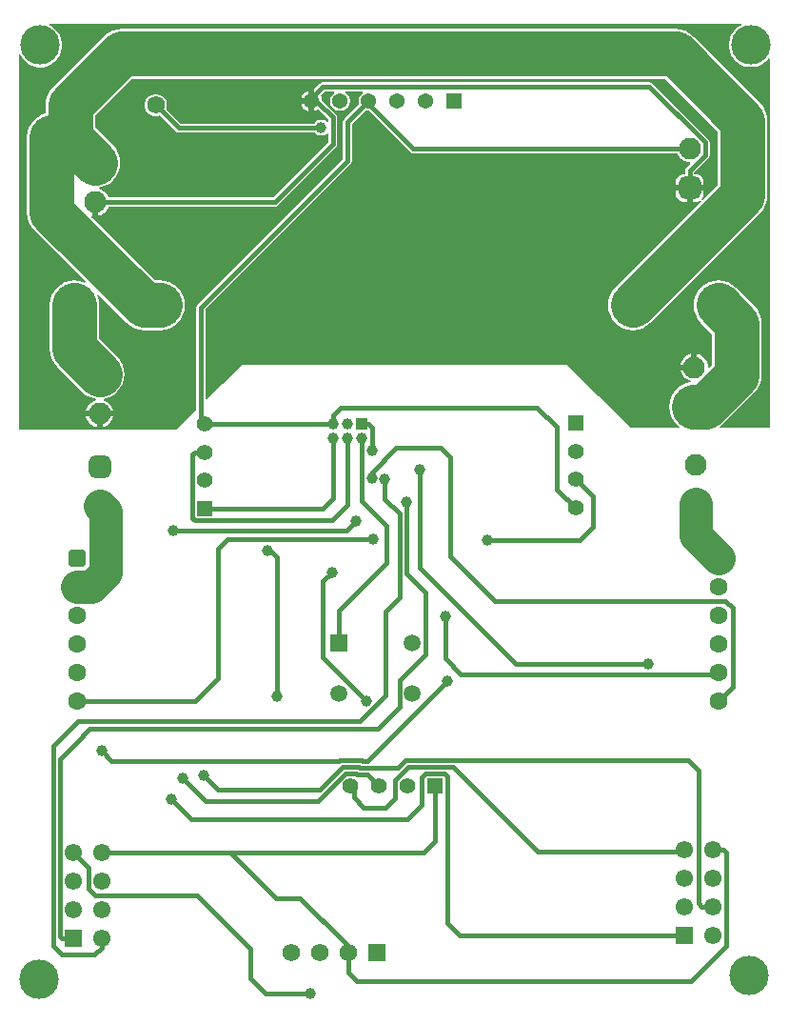
<source format=gbl>
G04*
G04 #@! TF.GenerationSoftware,Altium Limited,Altium Designer,23.1.1 (15)*
G04*
G04 Layer_Physical_Order=2*
G04 Layer_Color=16711680*
%FSLAX44Y44*%
%MOMM*%
G71*
G04*
G04 #@! TF.SameCoordinates,DFD0DF4F-A88A-4072-B725-2B201FFE6AA2*
G04*
G04*
G04 #@! TF.FilePolarity,Positive*
G04*
G01*
G75*
%ADD36R,1.4000X1.4000*%
%ADD37C,1.4000*%
%ADD38R,1.5700X1.5700*%
%ADD39C,1.5700*%
%ADD52R,1.4000X1.4000*%
%ADD58C,3.0000*%
%ADD59C,0.3810*%
%ADD60C,1.5500*%
%ADD61R,1.5500X1.5500*%
%ADD62C,1.3700*%
%ADD63R,1.3700X1.3700*%
%ADD64C,1.4980*%
%ADD65R,1.4980X1.4980*%
%ADD66C,1.5800*%
%ADD67R,1.5800X1.5800*%
%ADD68C,1.6000*%
G04:AMPARAMS|DCode=69|XSize=1.6mm|YSize=1.6mm|CornerRadius=0.4mm|HoleSize=0mm|Usage=FLASHONLY|Rotation=270.000|XOffset=0mm|YOffset=0mm|HoleType=Round|Shape=RoundedRectangle|*
%AMROUNDEDRECTD69*
21,1,1.6000,0.8000,0,0,270.0*
21,1,0.8000,1.6000,0,0,270.0*
1,1,0.8000,-0.4000,-0.4000*
1,1,0.8000,-0.4000,0.4000*
1,1,0.8000,0.4000,0.4000*
1,1,0.8000,0.4000,-0.4000*
%
%ADD69ROUNDEDRECTD69*%
%ADD70C,1.9500*%
G04:AMPARAMS|DCode=71|XSize=1.95mm|YSize=1.95mm|CornerRadius=0.4875mm|HoleSize=0mm|Usage=FLASHONLY|Rotation=270.000|XOffset=0mm|YOffset=0mm|HoleType=Round|Shape=RoundedRectangle|*
%AMROUNDEDRECTD71*
21,1,1.9500,0.9750,0,0,270.0*
21,1,0.9750,1.9500,0,0,270.0*
1,1,0.9750,-0.4875,-0.4875*
1,1,0.9750,-0.4875,0.4875*
1,1,0.9750,0.4875,0.4875*
1,1,0.9750,0.4875,-0.4875*
%
%ADD71ROUNDEDRECTD71*%
%ADD72C,3.5000*%
%ADD73R,1.0000X1.0000*%
%ADD74C,1.0000*%
%ADD75C,1.2700*%
%ADD76C,4.0000*%
G36*
X876584Y1090930D02*
X875608Y1090526D01*
X872409Y1088388D01*
X869688Y1085667D01*
X867551Y1082468D01*
X866078Y1078914D01*
X865328Y1075140D01*
Y1071293D01*
X866078Y1067519D01*
X867551Y1063965D01*
X869688Y1060766D01*
X872409Y1058045D01*
X875608Y1055908D01*
X879163Y1054435D01*
X882936Y1053685D01*
X886784D01*
X890557Y1054435D01*
X894112Y1055908D01*
X897311Y1058045D01*
X900031Y1060766D01*
X900485Y1061444D01*
X901700Y1061075D01*
Y1035464D01*
Y1033010D01*
Y1022384D01*
Y1011638D01*
Y999602D01*
Y988384D01*
Y973916D01*
Y964632D01*
Y953076D01*
Y933730D01*
Y921440D01*
X901700Y908906D01*
Y819871D01*
Y816330D01*
Y796675D01*
Y791584D01*
Y732790D01*
X857855D01*
X857401Y734060D01*
X859991Y736186D01*
X888144Y764339D01*
X890898Y767694D01*
X892943Y771522D01*
X894203Y775675D01*
X894629Y779994D01*
Y825500D01*
X894203Y829819D01*
X892943Y833972D01*
X890898Y837800D01*
X888144Y841154D01*
X871634Y857664D01*
X868279Y860418D01*
X864452Y862463D01*
X860299Y863723D01*
X855980Y864149D01*
X851661Y863723D01*
X847508Y862463D01*
X843680Y860418D01*
X840326Y857664D01*
X837572Y854309D01*
X835527Y850482D01*
X834267Y846329D01*
X833841Y842010D01*
X834267Y837691D01*
X835527Y833538D01*
X837572Y829710D01*
X840326Y826356D01*
X850351Y816330D01*
Y789164D01*
X847853Y786666D01*
X846680Y787152D01*
Y788458D01*
X845843Y791584D01*
X844224Y794386D01*
X841936Y796675D01*
X839134Y798293D01*
X836930Y798883D01*
Y786840D01*
X834390D01*
Y784300D01*
X822347D01*
X822937Y782096D01*
X824556Y779294D01*
X826844Y777006D01*
X829646Y775388D01*
X831284Y774949D01*
X831179Y773662D01*
X830071Y773553D01*
X825918Y772293D01*
X822091Y770248D01*
X818736Y767494D01*
X815982Y764139D01*
X813937Y760312D01*
X812677Y756159D01*
X812251Y751840D01*
X812677Y747521D01*
X813937Y743368D01*
X815982Y739540D01*
X818736Y736186D01*
X821326Y734060D01*
X820871Y732790D01*
X778510D01*
X720798Y788670D01*
X432374D01*
X429093Y785492D01*
X429093Y785492D01*
Y785492D01*
X400916Y758195D01*
X399746Y758690D01*
Y838569D01*
X528828Y967651D01*
X529698Y968953D01*
X530004Y970490D01*
Y1003117D01*
X542055Y1015168D01*
X543661Y1014738D01*
X545495D01*
X581921Y978312D01*
X583224Y977442D01*
X584760Y977136D01*
X819458D01*
X819601Y976602D01*
X821152Y973916D01*
X823346Y971722D01*
X826032Y970171D01*
X829029Y969368D01*
X830681D01*
X831208Y968098D01*
X827742Y964632D01*
X826871Y963330D01*
X826566Y961794D01*
Y958504D01*
X825705D01*
X823769Y958249D01*
X821965Y957502D01*
X820417Y956313D01*
X819228Y954764D01*
X818481Y952961D01*
X818226Y951025D01*
Y948690D01*
X830580D01*
X842934D01*
Y951025D01*
X842679Y952961D01*
X841932Y954764D01*
X840743Y956313D01*
X839194Y957502D01*
X837391Y958249D01*
X835455Y958504D01*
X834594D01*
Y960131D01*
X847105Y972642D01*
X847976Y973945D01*
X848281Y975481D01*
Y986820D01*
X847976Y988356D01*
X847105Y989658D01*
X797605Y1039158D01*
X796303Y1040029D01*
X794766Y1040334D01*
X504190D01*
X502654Y1040029D01*
X501352Y1039158D01*
X496570Y1034377D01*
Y1023620D01*
Y1014579D01*
X497654Y1014870D01*
X499796Y1016106D01*
X499946Y1016257D01*
X509066Y1007137D01*
Y1005085D01*
X507796Y1004559D01*
X506947Y1005407D01*
X505344Y1006333D01*
X503555Y1006812D01*
X501704D01*
X499915Y1006333D01*
X498312Y1005407D01*
X497003Y1004098D01*
X496660Y1003504D01*
X377583D01*
X364909Y1016178D01*
X365532Y1018502D01*
Y1021118D01*
X364855Y1023644D01*
X363548Y1025908D01*
X361698Y1027758D01*
X359434Y1029065D01*
X356908Y1029742D01*
X354292D01*
X351766Y1029065D01*
X349502Y1027758D01*
X347652Y1025908D01*
X346345Y1023644D01*
X345668Y1021118D01*
Y1018502D01*
X346345Y1015976D01*
X347652Y1013712D01*
X349502Y1011862D01*
X351766Y1010555D01*
X354292Y1009878D01*
X356908D01*
X359232Y1010501D01*
X373082Y996652D01*
X374384Y995781D01*
X375920Y995476D01*
X496995D01*
X497003Y995463D01*
X498312Y994153D01*
X499915Y993228D01*
X501704Y992748D01*
X503555D01*
X505344Y993228D01*
X506947Y994153D01*
X507796Y995002D01*
X509066Y994476D01*
Y987183D01*
X459627Y937744D01*
X313448D01*
X313253Y938474D01*
X311635Y941276D01*
X309347Y943564D01*
X306544Y945182D01*
X304906Y945621D01*
X305012Y946908D01*
X306119Y947017D01*
X310272Y948277D01*
X314100Y950322D01*
X317455Y953076D01*
X320208Y956431D01*
X322254Y960258D01*
X323513Y964411D01*
X323939Y968730D01*
X323513Y973049D01*
X322254Y977202D01*
X320208Y981030D01*
X317455Y984384D01*
X301539Y1000301D01*
Y1010640D01*
X334290Y1043391D01*
X808710D01*
X855431Y996670D01*
Y948970D01*
X842002Y935541D01*
X841046Y936380D01*
X841932Y937535D01*
X842679Y939339D01*
X842934Y941275D01*
Y943610D01*
X833120D01*
Y933796D01*
X835455D01*
X837391Y934051D01*
X839194Y934798D01*
X840350Y935684D01*
X841189Y934728D01*
X764126Y857664D01*
X761372Y854309D01*
X759327Y850482D01*
X758067Y846329D01*
X757641Y842010D01*
X758067Y837691D01*
X759327Y833538D01*
X761372Y829710D01*
X764126Y826356D01*
X767480Y823602D01*
X771308Y821557D01*
X775461Y820297D01*
X779780Y819871D01*
X784099Y820297D01*
X788252Y821557D01*
X792079Y823602D01*
X795434Y826356D01*
X893224Y924146D01*
X895978Y927501D01*
X898023Y931328D01*
X899283Y935481D01*
X899709Y939800D01*
Y1005840D01*
X899283Y1010159D01*
X898023Y1014312D01*
X895978Y1018139D01*
X893224Y1021494D01*
X833534Y1081184D01*
X830180Y1083938D01*
X826352Y1085983D01*
X822199Y1087243D01*
X817880Y1087669D01*
X325120D01*
X320801Y1087243D01*
X316648Y1085983D01*
X312820Y1083938D01*
X309466Y1081184D01*
X263746Y1035464D01*
X260992Y1032110D01*
X258947Y1028282D01*
X257687Y1024129D01*
X257261Y1019810D01*
Y1012446D01*
X254418Y1011584D01*
X250590Y1009538D01*
X247236Y1006785D01*
X244482Y1003430D01*
X242437Y999602D01*
X241177Y995449D01*
X240751Y991130D01*
Y924560D01*
X241177Y920241D01*
X242437Y916088D01*
X244482Y912261D01*
X247236Y908906D01*
X292876Y863265D01*
X292111Y862234D01*
X291682Y862463D01*
X287529Y863723D01*
X283210Y864149D01*
X278891Y863723D01*
X274738Y862463D01*
X270910Y860418D01*
X267556Y857664D01*
X264802Y854309D01*
X262757Y850482D01*
X261497Y846329D01*
X261071Y842010D01*
Y803170D01*
X261497Y798851D01*
X262757Y794698D01*
X264802Y790871D01*
X267556Y787516D01*
X289956Y765116D01*
X293311Y762363D01*
X297138Y760317D01*
X301291Y759057D01*
X302399Y758948D01*
X302505Y757661D01*
X300867Y757222D01*
X298064Y755604D01*
X295776Y753316D01*
X294158Y750514D01*
X293567Y748310D01*
X305610D01*
X317653D01*
X317063Y750514D01*
X315445Y753316D01*
X313157Y755604D01*
X310354Y757222D01*
X308716Y757661D01*
X308822Y758948D01*
X309929Y759057D01*
X314082Y760317D01*
X317910Y762363D01*
X321265Y765116D01*
X324018Y768471D01*
X326064Y772298D01*
X327323Y776451D01*
X327749Y780770D01*
X327323Y785089D01*
X326064Y789242D01*
X324018Y793070D01*
X321265Y796424D01*
X305349Y812340D01*
Y842010D01*
X304923Y846329D01*
X303663Y850482D01*
X303434Y850911D01*
X304465Y851676D01*
X329786Y826356D01*
X333140Y823602D01*
X336968Y821557D01*
X341121Y820297D01*
X345440Y819871D01*
X359410D01*
X363729Y820297D01*
X367882Y821557D01*
X371710Y823602D01*
X375064Y826356D01*
X377818Y829710D01*
X379863Y833538D01*
X381123Y837691D01*
X381549Y842010D01*
X381123Y846329D01*
X379863Y850482D01*
X377818Y854309D01*
X375064Y857664D01*
X371710Y860418D01*
X367882Y862463D01*
X363729Y863723D01*
X359410Y864149D01*
X354610D01*
X298067Y920692D01*
X298724Y921831D01*
X299260Y921687D01*
Y933730D01*
X304340D01*
Y921687D01*
X306544Y922278D01*
X309347Y923895D01*
X311635Y926184D01*
X313253Y928986D01*
X313448Y929716D01*
X461290D01*
X462826Y930021D01*
X464128Y930891D01*
X515918Y982682D01*
X516789Y983984D01*
X517094Y985520D01*
Y1008800D01*
X516789Y1010336D01*
X515918Y1011638D01*
X503420Y1024137D01*
Y1024856D01*
X502780Y1027244D01*
X502052Y1028505D01*
X505853Y1032306D01*
X514170D01*
X514511Y1031036D01*
X513976Y1030727D01*
X512323Y1029074D01*
X511153Y1027048D01*
X510548Y1024789D01*
Y1022451D01*
X511153Y1020192D01*
X512323Y1018166D01*
X513976Y1016513D01*
X516002Y1015343D01*
X518261Y1014738D01*
X520599D01*
X522858Y1015343D01*
X524884Y1016513D01*
X526537Y1018166D01*
X527707Y1020192D01*
X528312Y1022451D01*
Y1024789D01*
X527707Y1027048D01*
X526537Y1029074D01*
X524884Y1030727D01*
X524349Y1031036D01*
X524690Y1032306D01*
X539570D01*
X539911Y1031036D01*
X539376Y1030727D01*
X537723Y1029074D01*
X536553Y1027048D01*
X535948Y1024789D01*
Y1022451D01*
X536378Y1020845D01*
X523151Y1007618D01*
X522281Y1006316D01*
X521976Y1004780D01*
Y972152D01*
X392894Y843070D01*
X392023Y841768D01*
X391718Y840232D01*
Y749285D01*
X373380Y731520D01*
X233680D01*
Y1064782D01*
X234950Y1065035D01*
X235421Y1063898D01*
X237558Y1060699D01*
X240279Y1057979D01*
X243478Y1055841D01*
X247033Y1054369D01*
X250806Y1053618D01*
X254654D01*
X258427Y1054369D01*
X261982Y1055841D01*
X265181Y1057979D01*
X267901Y1060699D01*
X270039Y1063898D01*
X271511Y1067453D01*
X272262Y1071226D01*
Y1075074D01*
X271511Y1078847D01*
X270039Y1082402D01*
X267901Y1085601D01*
X265181Y1088322D01*
X261982Y1090459D01*
X260845Y1090930D01*
X261098Y1092200D01*
X876332D01*
X876584Y1090930D01*
D02*
G37*
%LPC*%
G36*
X491490Y1032661D02*
X490406Y1032370D01*
X488264Y1031134D01*
X486516Y1029386D01*
X485280Y1027244D01*
X484989Y1026160D01*
X491490D01*
Y1032661D01*
D02*
G37*
G36*
Y1021080D02*
X484989D01*
X485280Y1019996D01*
X486516Y1017854D01*
X488264Y1016106D01*
X490406Y1014870D01*
X491490Y1014579D01*
Y1021080D01*
D02*
G37*
G36*
X828040Y943610D02*
X818226D01*
Y941275D01*
X818481Y939339D01*
X819228Y937535D01*
X820417Y935987D01*
X821965Y934798D01*
X823769Y934051D01*
X825705Y933796D01*
X828040D01*
Y943610D01*
D02*
G37*
G36*
X831850Y798883D02*
X829646Y798293D01*
X826844Y796675D01*
X824556Y794386D01*
X822937Y791584D01*
X822347Y789380D01*
X831850D01*
Y798883D01*
D02*
G37*
G36*
X317653Y743230D02*
X308150D01*
Y733727D01*
X310354Y734317D01*
X313157Y735936D01*
X315445Y738224D01*
X317063Y741026D01*
X317653Y743230D01*
D02*
G37*
G36*
X303070D02*
X293567D01*
X294158Y741026D01*
X295776Y738224D01*
X298064Y735936D01*
X300867Y734317D01*
X303070Y733727D01*
Y743230D01*
D02*
G37*
%LPD*%
D36*
X603920Y415120D02*
D03*
D37*
X578920D02*
D03*
X553920D02*
D03*
X528920D02*
D03*
X728980Y662070D02*
D03*
Y687070D02*
D03*
Y712070D02*
D03*
X398780Y686600D02*
D03*
Y711600D02*
D03*
Y736600D02*
D03*
D38*
X552450Y266700D02*
D03*
D39*
X527050D02*
D03*
X501650D02*
D03*
X476250D02*
D03*
D52*
X728980Y737070D02*
D03*
X398780Y661600D02*
D03*
D58*
X835544Y637656D02*
X855980Y617220D01*
X835544Y637656D02*
Y665364D01*
X835660Y665480D01*
X310782Y604508D02*
Y658788D01*
X306070Y663500D02*
X310782Y658788D01*
X298094Y591820D02*
X310782Y604508D01*
X285750Y591820D02*
X298094D01*
D59*
X577812Y437741D02*
X829211D01*
X571109Y431038D02*
X577812Y437741D01*
X829211D02*
X838200Y428752D01*
X410511Y411480D02*
X501551D01*
X397811Y424180D02*
X410511Y411480D01*
X501551D02*
X521970Y431899D01*
X499653Y401320D02*
X524390Y426057D01*
X400257Y401320D02*
X499653D01*
X379937Y421640D02*
X400257Y401320D01*
X369570Y402590D02*
X387350Y384810D01*
X579120D01*
X538290Y437741D02*
X539151Y436880D01*
X519550Y437741D02*
X538290D01*
X539151Y436880D02*
X543560D01*
X316230D02*
X518689D01*
X533450Y426057D02*
X534311Y425196D01*
X536731Y431038D02*
X571109D01*
X524390Y426057D02*
X533450D01*
X521970Y431899D02*
X535870D01*
X518689Y436880D02*
X519550Y437741D01*
X543844Y425196D02*
X553920Y415120D01*
X543560Y436880D02*
X614680Y508000D01*
X307340Y445770D02*
X316230Y436880D01*
X535870Y431899D02*
X536731Y431038D01*
X534311Y425196D02*
X543844D01*
X370793Y641350D02*
X525018D01*
X439674Y243585D02*
X453390Y229870D01*
X492760D01*
X831850Y241300D02*
X862838Y272288D01*
X534670Y241300D02*
X831850D01*
X862838Y272288D02*
Y355600D01*
X527050Y248920D02*
X534670Y241300D01*
X860298Y358140D02*
X862838Y355600D01*
X542290Y1021080D02*
X544830D01*
X439674Y243585D02*
Y270256D01*
X392430Y317500D02*
X439674Y270256D01*
X301498Y317500D02*
X392430D01*
X524775Y268975D02*
X527050Y266700D01*
X483870Y314960D02*
X524775Y274055D01*
X462280Y314960D02*
X483870D01*
X524775Y268975D02*
Y274055D01*
X527050Y248920D02*
Y266700D01*
X421640Y355600D02*
X462280Y314960D01*
X421640Y355600D02*
X593760D01*
X307340D02*
X421640D01*
X264411Y272288D02*
Y450085D01*
X286766Y472440D01*
X272031Y264668D02*
X300736D01*
X284270Y452929D02*
X284270D01*
X264411Y272288D02*
X272031Y264668D01*
X270253Y281435D02*
X272288Y279400D01*
X296923Y465582D02*
X552824D01*
X270253Y281435D02*
Y438912D01*
X272288Y279400D02*
X281940D01*
X284270Y452929D02*
X296923Y465582D01*
X270253Y438912D02*
X284270Y452929D01*
X868680Y502920D02*
Y572770D01*
X656844Y579120D02*
X862330D01*
X868680Y572770D01*
X617220Y618744D02*
X656844Y579120D01*
X854663Y514303D02*
X855980Y515620D01*
X627013Y514303D02*
X854663D01*
X612996Y528320D02*
X627013Y514303D01*
X675640Y523240D02*
X793750D01*
X590550Y608330D02*
X675640Y523240D01*
X494030Y1023620D02*
X495922Y1021728D01*
X500152D01*
X513080Y1008800D01*
Y985520D02*
Y1008800D01*
X461290Y933730D02*
X513080Y985520D01*
X301800Y933730D02*
X461290D01*
X525990Y970490D02*
Y1004780D01*
X395732Y840232D02*
X525990Y970490D01*
X395732Y742405D02*
Y840232D01*
X375920Y999490D02*
X502339D01*
X502630Y999780D01*
X525990Y1004780D02*
X542290Y1021080D01*
X355600Y1019810D02*
X375920Y999490D01*
X794766Y1036320D02*
X844267Y986820D01*
X494030Y1023620D02*
Y1026160D01*
X504190Y1036320D02*
X794766D01*
X494030Y1026160D02*
X504190Y1036320D01*
X830580Y946150D02*
Y961794D01*
X844267Y975481D01*
Y986820D01*
X579120Y384810D02*
X591820Y397510D01*
X544830Y1021080D02*
X584760Y981150D01*
X830580D01*
X855980Y490220D02*
X868680Y502920D01*
X295402Y323596D02*
Y342138D01*
X281940Y355600D02*
X295402Y342138D01*
X537210Y472440D02*
X560070Y495300D01*
X286766Y472440D02*
X537210D01*
X591820Y397510D02*
Y422587D01*
X595289Y426057D01*
X560832Y612902D02*
Y645668D01*
X538480Y668020D02*
Y723900D01*
Y668020D02*
X560832Y645668D01*
X518680Y570750D02*
X560832Y612902D01*
X419244Y634492D02*
X548640D01*
X560070Y569929D02*
X572309Y582168D01*
X578151Y603401D02*
X595107Y586445D01*
X578151Y603401D02*
Y667004D01*
X572309Y582168D02*
Y656797D01*
X518680Y541930D02*
Y570750D01*
X525018Y641350D02*
X533890Y650222D01*
X503936Y529082D02*
Y596646D01*
X512064Y604774D01*
X560070Y495300D02*
Y569929D01*
X572253Y485011D02*
Y508753D01*
X559054Y670052D02*
X572309Y656797D01*
X572253Y508753D02*
X595107Y531607D01*
Y586445D01*
X503936Y529082D02*
X542575Y490443D01*
X552824Y465582D02*
X572253Y485011D01*
X612996Y528320D02*
Y565360D01*
X455168Y623570D02*
X457200D01*
X463042Y617728D01*
Y494690D02*
Y617728D01*
X547624Y688340D02*
Y693674D01*
X569214Y715264D01*
X609092D01*
X617220Y707136D01*
Y618744D02*
Y707136D01*
X285750Y490220D02*
X390144D01*
X410608Y510684D01*
Y625856D01*
X419244Y634492D01*
X838200Y310388D02*
Y428752D01*
X744220Y645160D02*
Y671830D01*
X732536Y633476D02*
X744220Y645160D01*
X650620Y633476D02*
X732536D01*
X728980Y687070D02*
X744220Y671830D01*
X712470Y678580D02*
X728980Y662070D01*
X712470Y678580D02*
Y733806D01*
X694897Y751379D02*
X712470Y733806D01*
X295402Y323596D02*
X301498Y317500D01*
X612551Y426057D02*
X614934Y423674D01*
Y292608D02*
Y423674D01*
X559930Y395467D02*
X567983Y403520D01*
X528920Y412362D02*
Y415120D01*
X531574Y404611D02*
X540718Y395467D01*
X528920Y412362D02*
X531574Y409708D01*
X567983Y419650D02*
X580232Y431899D01*
X540718Y395467D02*
X559930D01*
X567983Y403520D02*
Y419650D01*
X695566Y356351D02*
X823711D01*
X620019Y431899D02*
X695566Y356351D01*
X595289Y426057D02*
X612551D01*
X580232Y431899D02*
X620019D01*
X531574Y404611D02*
Y409708D01*
X823711Y356351D02*
X825500Y358140D01*
X614934Y292608D02*
X625602Y281940D01*
X395732Y742405D02*
X398780Y739357D01*
Y736600D02*
Y739357D01*
X544830Y1021080D02*
Y1023620D01*
X398780Y736600D02*
X513080D01*
X590550Y608330D02*
Y695960D01*
X513080Y736600D02*
Y744267D01*
X520192Y751379D01*
X694897D01*
X390144Y711600D02*
X398780D01*
X387843Y709299D02*
X390144Y711600D01*
X387843Y652964D02*
Y709299D01*
Y652964D02*
X390144Y650663D01*
X512064D01*
X525780Y664379D01*
Y723900D01*
X850900Y358140D02*
X860298D01*
X398780Y661600D02*
X503936D01*
X513080Y670744D01*
Y723900D01*
X593760Y355600D02*
X603920Y365760D01*
Y415120D01*
X838200Y310388D02*
X841248Y307340D01*
X850900D01*
X307340Y271272D02*
Y279400D01*
X300736Y264668D02*
X307340Y271272D01*
X559054Y670052D02*
Y687070D01*
X538480Y736600D02*
X544576D01*
X547624Y733552D01*
Y712724D02*
Y733552D01*
X625602Y281940D02*
X825500D01*
D60*
X281940Y304800D02*
D03*
Y330200D02*
D03*
Y355600D02*
D03*
X307340Y279400D02*
D03*
Y304800D02*
D03*
Y330200D02*
D03*
Y355600D02*
D03*
X850900Y358140D02*
D03*
Y332740D02*
D03*
Y307340D02*
D03*
Y281940D02*
D03*
X825500Y358140D02*
D03*
Y332740D02*
D03*
Y307340D02*
D03*
D61*
X281940Y279400D02*
D03*
X825500Y281940D02*
D03*
D62*
X494030Y1023620D02*
D03*
X519430D02*
D03*
X544830D02*
D03*
X570230D02*
D03*
X595630D02*
D03*
D63*
X621030D02*
D03*
D64*
X583680Y496930D02*
D03*
X518680D02*
D03*
X583680Y541930D02*
D03*
D65*
X518680D02*
D03*
D66*
X779780Y842010D02*
D03*
X359410D02*
D03*
X355600Y1019810D02*
D03*
D67*
X855980Y842010D02*
D03*
X283210D02*
D03*
X279400Y1019810D02*
D03*
D68*
X285750Y490220D02*
D03*
Y515620D02*
D03*
Y566420D02*
D03*
Y591820D02*
D03*
Y541020D02*
D03*
X855980Y490220D02*
D03*
Y515620D02*
D03*
Y566420D02*
D03*
Y591820D02*
D03*
Y541020D02*
D03*
D69*
X285750Y617220D02*
D03*
X855980D02*
D03*
D70*
X306070Y663500D02*
D03*
X305610Y745770D02*
D03*
X834390Y786840D02*
D03*
X830580Y981150D02*
D03*
X301800Y933730D02*
D03*
X835660Y700480D02*
D03*
D71*
X306070Y698500D02*
D03*
X305610Y780770D02*
D03*
X834390Y751840D02*
D03*
X830580Y946150D02*
D03*
X301800Y968730D02*
D03*
X835660Y665480D02*
D03*
D72*
X883590Y246446D02*
D03*
X251460Y242570D02*
D03*
X884860Y1073216D02*
D03*
X252730Y1073150D02*
D03*
D73*
X538480Y736600D02*
D03*
D74*
Y723900D02*
D03*
X525780Y736600D02*
D03*
Y723900D02*
D03*
X513080Y736600D02*
D03*
Y723900D02*
D03*
X397811Y424180D02*
D03*
X379937Y421640D02*
D03*
X369570Y402590D02*
D03*
X307340Y445770D02*
D03*
X370793Y641350D02*
D03*
X492760Y229870D02*
D03*
X793750Y523240D02*
D03*
X502630Y999780D02*
D03*
X614680Y508000D02*
D03*
X548640Y634492D02*
D03*
X512064Y604774D02*
D03*
X533890Y650222D02*
D03*
X542575Y490443D02*
D03*
X612996Y565360D02*
D03*
X455168Y623570D02*
D03*
X463042Y494690D02*
D03*
X547624Y688340D02*
D03*
X578151Y667004D02*
D03*
X650620Y633476D02*
D03*
X590550Y695960D02*
D03*
X559054Y687070D02*
D03*
X547624Y712724D02*
D03*
D75*
X640000Y960001D02*
D03*
Y880001D02*
D03*
Y840001D02*
D03*
X620000Y960001D02*
D03*
X630000Y940001D02*
D03*
Y860001D02*
D03*
Y820000D02*
D03*
X620000Y800000D02*
D03*
X610000Y940001D02*
D03*
X600000Y800000D02*
D03*
X590000Y940001D02*
D03*
X580000Y800000D02*
D03*
X570000Y940001D02*
D03*
X560000Y800000D02*
D03*
X550000Y940001D02*
D03*
X540000Y800000D02*
D03*
X530000Y940001D02*
D03*
X520000Y800000D02*
D03*
X500000Y920001D02*
D03*
Y880001D02*
D03*
Y840001D02*
D03*
Y800000D02*
D03*
D76*
X279400Y1019810D02*
X325120Y1065530D01*
X817880D01*
X877570Y1005840D01*
X279400Y1003300D02*
Y1019810D01*
X345440Y842010D02*
X359410D01*
X262890Y924560D02*
Y991130D01*
X279400D02*
Y1003300D01*
X262890Y924560D02*
X345440Y842010D01*
X283210Y803170D02*
Y842010D01*
Y803170D02*
X305610Y780770D01*
X855980Y842010D02*
X872490Y825500D01*
Y779994D02*
Y825500D01*
X844336Y751840D02*
X872490Y779994D01*
X834390Y751840D02*
X844336D01*
X279400Y991130D02*
X301800Y968730D01*
X779780Y842010D02*
X877570Y939800D01*
Y1005840D01*
M02*

</source>
